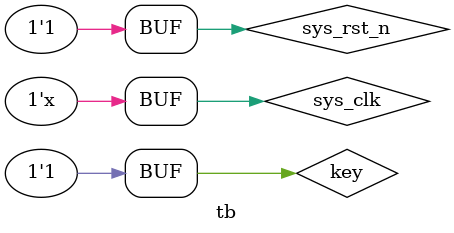
<source format=v>

`timescale 1ns / 1ns        //仿真单位/仿真精度

module tb();

//parameter define
parameter  CLK_PERIOD = 10;           //时钟周期 10ns
parameter  CNT_MAX = 20'd10;          //消抖时间 10ns

//reg define
reg           sys_clk;
reg           sys_rst_n;
reg           key;

wire          key_out;
wire          beep;

//信号初始化
initial begin
    sys_clk <= 1'b0;
    sys_rst_n <= 1'b0;
    key <= 1'b1;
    #200
    sys_rst_n <= 1'b1;
//key信号变化
    #20
    key <= 1'b0;
    #20
    key <= 1'b1;
    #50
    key <= 1'b0;
    #40
    key <= 1'b1;
    #20
    key <= 1'b0;
    #300
    key <= 1'b1;
    #50
    key <= 1'b0;
    #40
    key <= 1'b1;
    #300
    key <= 1'b0;
    #300
    key <= 1'b1;
    #500
    key <= 1'b0;
    #500
    key <= 1'b1;
    #500
    key <= 1'b0;
    #500
    key <= 1'b1;
end

//产生时钟
always #(CLK_PERIOD/2) sys_clk = ~sys_clk;

//按键消抖
key_debounce #(
    .MAX_CNT    (CNT_MAX)
)u_top_key_beep(
    .clk      (sys_clk),
    .rst_n    (sys_rst_n),
    .key_in   (key),
    .key_out(key_out)
    );

//灯取反
toggle_pin u_toggle_pin(
    .clk      (sys_clk),
    .rst_n    (sys_rst_n),
    .in_pin(~key_out),
    .out_pin(beep)
);

endmodule


</source>
